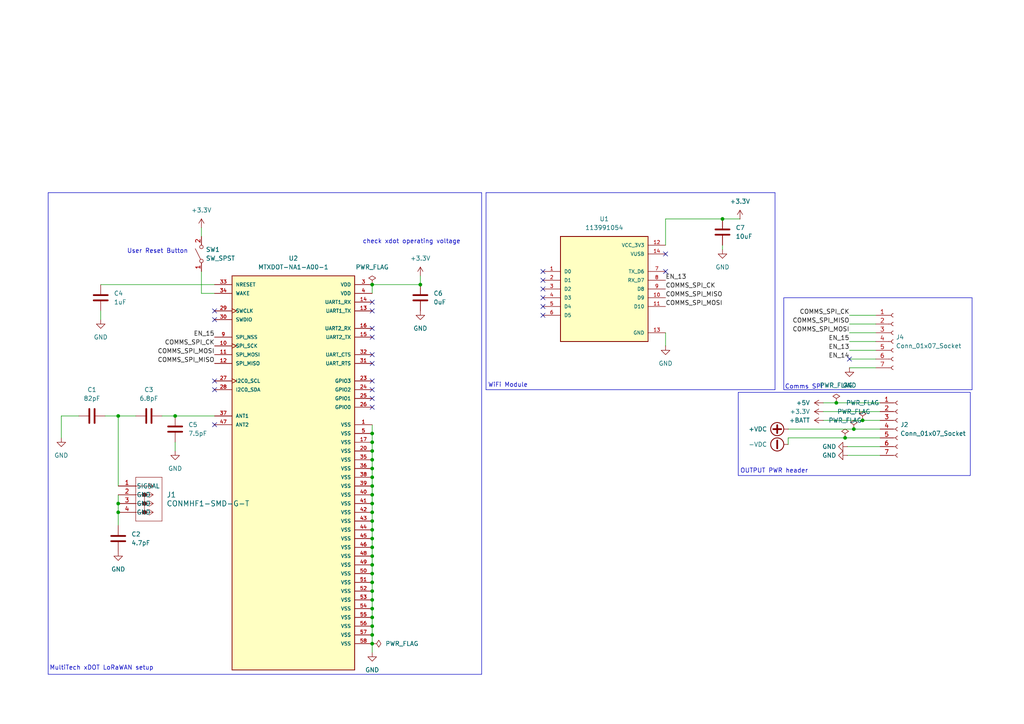
<source format=kicad_sch>
(kicad_sch (version 20231120) (generator "eeschema") (generator_version "8.0")
  (paper "A4")
  (lib_symbols
    (symbol "+3.3V_1" (power) (pin_numbers hide) (pin_names (offset 0) hide)
      (property "Value" "+3.3V" (at 0 3.556 0))
      (symbol "+3.3V_1_0_1"
        (polyline (pts (xy -0.762 1.27) (xy 0 2.54)))
        (polyline (pts (xy 0 0) (xy 0 2.54)))
        (polyline (pts (xy 0 2.54) (xy 0.762 1.27)))
      )
      (symbol "+3.3V_1_1_1"
        (pin power_in line (at 0 0 90) (length 0) (name "~") (number "1"))
      )
    )
    (symbol "113991054:113991054" (pin_names (offset 1.016))
      (property "Reference" "U" (at -12.7 16.002 0))
      (property "Value" "113991054" (at -12.7 -17.78 0))
      (symbol "113991054_0_0"
        (rectangle (start -12.7 -15.24) (end 12.7 15.24) (stroke (width 0.254)) (fill (type background)))
        (pin bidirectional line (at -17.78 5.08 0) (length 5.08) (name "D0") (number "1"))
        (pin bidirectional line (at 17.78 -2.54 180) (length 5.08) (name "D9") (number "10"))
        (pin bidirectional line (at 17.78 -5.08 180) (length 5.08) (name "D10") (number "11"))
        (pin power_in line (at 17.78 12.7 180) (length 5.08) (name "VCC_3V3") (number "12"))
        (pin power_in line (at 17.78 -12.7 180) (length 5.08) (name "GND") (number "13"))
        (pin power_in line (at 17.78 10.16 180) (length 5.08) (name "VUSB") (number "14"))
        (pin bidirectional line (at -17.78 2.54 0) (length 5.08) (name "D1") (number "2"))
        (pin bidirectional line (at -17.78 0 0) (length 5.08) (name "D2") (number "3"))
        (pin bidirectional line (at -17.78 -2.54 0) (length 5.08) (name "D3") (number "4"))
        (pin bidirectional line (at -17.78 -5.08 0) (length 5.08) (name "D4") (number "5"))
        (pin bidirectional line (at -17.78 -7.62 0) (length 5.08) (name "D5") (number "6"))
        (pin bidirectional line (at 17.78 5.08 180) (length 5.08) (name "TX_D6") (number "7"))
        (pin bidirectional line (at 17.78 2.54 180) (length 5.08) (name "RX_D7") (number "8"))
        (pin bidirectional line (at 17.78 0 180) (length 5.08) (name "D8") (number "9"))
      )
    )
    (symbol "Antenna connector:CONMHF1-SMD-G-T" (pin_names (offset 0.254))
      (property "Reference" "J" (at 8.89 6.35 0))
      (property "Value" "CONMHF1-SMD-G-T" (at 0 0 0))
      (symbol "CONMHF1-SMD-G-T_1_1"
        (polyline (pts (xy 5.08 -10.16) (xy 12.7 -10.16)) (stroke (width 0.127)))
        (polyline (pts (xy 5.08 2.54) (xy 5.08 -10.16)) (stroke (width 0.127)))
        (polyline (pts (xy 7.62 -2.54) (xy 7.62 -7.62)) (stroke (width 0.127)))
        (polyline (pts (xy 10.16 -7.62) (xy 5.08 -7.62)) (stroke (width 0.127)))
        (polyline (pts (xy 10.16 -7.62) (xy 8.89 -8.4667)) (stroke (width 0.127)))
        (polyline (pts (xy 10.16 -7.62) (xy 8.89 -6.7733)) (stroke (width 0.127)))
        (polyline (pts (xy 10.16 -5.08) (xy 5.08 -5.08)) (stroke (width 0.127)))
        (polyline (pts (xy 10.16 -5.08) (xy 8.89 -5.9267)) (stroke (width 0.127)))
        (polyline (pts (xy 10.16 -5.08) (xy 8.89 -4.2333)) (stroke (width 0.127)))
        (polyline (pts (xy 10.16 -2.54) (xy 5.08 -2.54)) (stroke (width 0.127)))
        (polyline (pts (xy 10.16 -2.54) (xy 8.89 -3.3867)) (stroke (width 0.127)))
        (polyline (pts (xy 10.16 -2.54) (xy 8.89 -1.6933)) (stroke (width 0.127)))
        (polyline (pts (xy 10.16 0) (xy 5.08 0)) (stroke (width 0.127)))
        (polyline (pts (xy 10.16 0) (xy 8.89 -0.8467)) (stroke (width 0.127)))
        (polyline (pts (xy 10.16 0) (xy 8.89 0.8467)) (stroke (width 0.127)))
        (polyline (pts (xy 12.7 -10.16) (xy 12.7 2.54)) (stroke (width 0.127)))
        (polyline (pts (xy 12.7 2.54) (xy 5.08 2.54)) (stroke (width 0.127)))
        (circle (center 7.62 -7.62) (radius 0.127) (stroke (width 0.508)))
        (circle (center 7.62 -5.08) (radius 0.127) (stroke (width 0.508)))
        (circle (center 7.62 -2.54) (radius 0.127) (stroke (width 0.508)))
        (pin unspecified line (at 0 0 0) (length 5.08) (name "SIGNAL") (number "1"))
        (pin unspecified line (at 0 -2.54 0) (length 5.08) (name "GND") (number "2"))
        (pin unspecified line (at 0 -5.08 0) (length 5.08) (name "GND") (number "3"))
        (pin unspecified line (at 0 -7.62 0) (length 5.08) (name "GND") (number "4"))
      )
      (symbol "CONMHF1-SMD-G-T_1_2"
        (polyline (pts (xy 5.08 -10.16) (xy 12.7 -10.16)) (stroke (width 0.127)))
        (polyline (pts (xy 5.08 2.54) (xy 5.08 -10.16)) (stroke (width 0.127)))
        (polyline (pts (xy 6.35 -2.54) (xy 6.35 -7.62)) (stroke (width 0.127)))
        (polyline (pts (xy 7.62 -7.62) (xy 5.08 -7.62)) (stroke (width 0.127)))
        (polyline (pts (xy 7.62 -7.62) (xy 8.89 -8.4667)) (stroke (width 0.127)))
        (polyline (pts (xy 7.62 -7.62) (xy 8.89 -6.7733)) (stroke (width 0.127)))
        (polyline (pts (xy 7.62 -5.08) (xy 5.08 -5.08)) (stroke (width 0.127)))
        (polyline (pts (xy 7.62 -5.08) (xy 8.89 -5.9267)) (stroke (width 0.127)))
        (polyline (pts (xy 7.62 -5.08) (xy 8.89 -4.2333)) (stroke (width 0.127)))
        (polyline (pts (xy 7.62 -2.54) (xy 5.08 -2.54)) (stroke (width 0.127)))
        (polyline (pts (xy 7.62 -2.54) (xy 8.89 -3.3867)) (stroke (width 0.127)))
        (polyline (pts (xy 7.62 -2.54) (xy 8.89 -1.6933)) (stroke (width 0.127)))
        (polyline (pts (xy 7.62 0) (xy 5.08 0)) (stroke (width 0.127)))
        (polyline (pts (xy 7.62 0) (xy 8.89 -0.8467)) (stroke (width 0.127)))
        (polyline (pts (xy 7.62 0) (xy 8.89 0.8467)) (stroke (width 0.127)))
        (polyline (pts (xy 12.7 -10.16) (xy 12.7 2.54)) (stroke (width 0.127)))
        (polyline (pts (xy 12.7 2.54) (xy 5.08 2.54)) (stroke (width 0.127)))
        (circle (center 6.35 -7.62) (radius 0.127) (stroke (width 0.508)))
        (circle (center 6.35 -5.08) (radius 0.127) (stroke (width 0.508)))
        (circle (center 6.35 -2.54) (radius 0.127) (stroke (width 0.508)))
        (pin unspecified line (at 0 0 0) (length 5.08) (name "SIGNAL") (number "1"))
        (pin unspecified line (at 0 -2.54 0) (length 5.08) (name "GND") (number "2"))
        (pin unspecified line (at 0 -5.08 0) (length 5.08) (name "GND") (number "3"))
        (pin unspecified line (at 0 -7.62 0) (length 5.08) (name "GND") (number "4"))
      )
    )
    (symbol "Connector:Conn_01x07_Socket" (pin_names (offset 1.016) hide)
      (property "Reference" "J" (at 0 10.16 0))
      (property "Value" "Conn_01x07_Socket" (at 0 -10.16 0))
      (symbol "Conn_01x07_Socket_1_1"
        (arc (start 0 -7.112) (mid -0.5058 -7.62) (end 0 -8.128) (stroke (width 0.1524)))
        (arc (start 0 -4.572) (mid -0.5058 -5.08) (end 0 -5.588) (stroke (width 0.1524)))
        (arc (start 0 -2.032) (mid -0.5058 -2.54) (end 0 -3.048) (stroke (width 0.1524)))
        (polyline (pts (xy -1.27 -7.62) (xy -0.508 -7.62)) (stroke (width 0.1524)))
        (polyline (pts (xy -1.27 -5.08) (xy -0.508 -5.08)) (stroke (width 0.1524)))
        (polyline (pts (xy -1.27 -2.54) (xy -0.508 -2.54)) (stroke (width 0.1524)))
        (polyline (pts (xy -1.27 0) (xy -0.508 0)) (stroke (width 0.1524)))
        (polyline (pts (xy -1.27 2.54) (xy -0.508 2.54)) (stroke (width 0.1524)))
        (polyline (pts (xy -1.27 5.08) (xy -0.508 5.08)) (stroke (width 0.1524)))
        (polyline (pts (xy -1.27 7.62) (xy -0.508 7.62)) (stroke (width 0.1524)))
        (arc (start 0 0.508) (mid -0.5058 0) (end 0 -0.508) (stroke (width 0.1524)))
        (arc (start 0 3.048) (mid -0.5058 2.54) (end 0 2.032) (stroke (width 0.1524)))
        (arc (start 0 5.588) (mid -0.5058 5.08) (end 0 4.572) (stroke (width 0.1524)))
        (arc (start 0 8.128) (mid -0.5058 7.62) (end 0 7.112) (stroke (width 0.1524)))
        (pin passive line (at -5.08 7.62 0) (length 3.81) (name "Pin_1") (number "1"))
        (pin passive line (at -5.08 5.08 0) (length 3.81) (name "Pin_2") (number "2"))
        (pin passive line (at -5.08 2.54 0) (length 3.81) (name "Pin_3") (number "3"))
        (pin passive line (at -5.08 0 0) (length 3.81) (name "Pin_4") (number "4"))
        (pin passive line (at -5.08 -2.54 0) (length 3.81) (name "Pin_5") (number "5"))
        (pin passive line (at -5.08 -5.08 0) (length 3.81) (name "Pin_6") (number "6"))
        (pin passive line (at -5.08 -7.62 0) (length 3.81) (name "Pin_7") (number "7"))
      )
    )
    (symbol "Device:C" (pin_numbers hide) (pin_names (offset 0.254))
      (property "Reference" "C" (at 0.635 2.54 0))
      (property "Value" "C" (at 0.635 -2.54 0))
      (symbol "C_0_1"
        (polyline (pts (xy -2.032 -0.762) (xy 2.032 -0.762)) (stroke (width 0.508)))
        (polyline (pts (xy -2.032 0.762) (xy 2.032 0.762)) (stroke (width 0.508)))
      )
      (symbol "C_1_1"
        (pin passive line (at 0 3.81 270) (length 2.794) (name "~") (number "1"))
        (pin passive line (at 0 -3.81 90) (length 2.794) (name "~") (number "2"))
      )
    )
    (symbol "GND_1" (power) (pin_numbers hide) (pin_names (offset 0) hide)
      (property "Value" "GND" (at 0 -3.81 0))
      (symbol "GND_1_0_1"
        (polyline (pts (xy 0 0) (xy 0 -1.27) (xy 1.27 -1.27) (xy 0 -2.54) (xy -1.27 -1.27) (xy 0 -1.27)))
      )
      (symbol "GND_1_1_1"
        (pin power_in line (at 0 0 270) (length 0) (name "~") (number "1"))
      )
    )
    (symbol "GND_2" (power) (pin_numbers hide) (pin_names (offset 0) hide)
      (property "Value" "GND" (at 0 -3.81 0))
      (symbol "GND_2_0_1"
        (polyline (pts (xy 0 0) (xy 0 -1.27) (xy 1.27 -1.27) (xy 0 -2.54) (xy -1.27 -1.27) (xy 0 -1.27)))
      )
      (symbol "GND_2_1_1"
        (pin power_in line (at 0 0 270) (length 0) (name "~") (number "1"))
      )
    )
    (symbol "GND_3" (power) (pin_numbers hide) (pin_names (offset 0) hide)
      (property "Value" "GND" (at 0 -3.81 0))
      (symbol "GND_3_0_1"
        (polyline (pts (xy 0 0) (xy 0 -1.27) (xy 1.27 -1.27) (xy 0 -2.54) (xy -1.27 -1.27) (xy 0 -1.27)))
      )
      (symbol "GND_3_1_1"
        (pin power_in line (at 0 0 270) (length 0) (name "~") (number "1"))
      )
    )
    (symbol "MTXDOT-NA1-A00-1_1" (pin_names (offset 1.016))
      (property "Reference" "U2" (at 0 27.94 0))
      (property "Value" "MTXDOT-NA1-A00-1" (at 0 25.4 0))
      (symbol "MTXDOT-NA1-A00-1_1_0_0"
        (rectangle (start -17.78 22.86) (end 17.78 -91.44) (stroke (width 0.254)) (fill (type background)))
        (pin power_in line (at 22.86 -20.32 180) (length 5.08) (name "VSS") (number "1"))
        (pin bidirectional clock (at -22.86 2.54 0) (length 5.08) (name "SPI_SCK") (number "10"))
        (pin bidirectional line (at -22.86 0 0) (length 5.08) (name "SPI_MOSI") (number "11"))
        (pin bidirectional line (at -22.86 -2.54 0) (length 5.08) (name "SPI_MISO") (number "12"))
        (pin bidirectional line (at 22.86 12.7 180) (length 5.08) (name "UART1_TX") (number "13"))
        (pin bidirectional line (at 22.86 15.24 180) (length 5.08) (name "UART1_RX") (number "14"))
        (pin bidirectional line (at 22.86 5.08 180) (length 5.08) (name "UART2_TX") (number "15"))
        (pin bidirectional line (at 22.86 7.62 180) (length 5.08) (name "UART2_RX") (number "16"))
        (pin power_in line (at 22.86 -25.4 180) (length 5.08) (name "VSS") (number "17"))
        (pin power_in line (at 22.86 -27.94 180) (length 5.08) (name "VSS") (number "20"))
        (pin bidirectional line (at 22.86 -7.62 180) (length 5.08) (name "GPIO3") (number "23"))
        (pin bidirectional line (at 22.86 -10.16 180) (length 5.08) (name "GPIO2") (number "24"))
        (pin bidirectional line (at 22.86 -12.7 180) (length 5.08) (name "GPIO1") (number "25"))
        (pin bidirectional line (at 22.86 -15.24 180) (length 5.08) (name "GPIO0") (number "26"))
        (pin bidirectional clock (at -22.86 -7.62 0) (length 5.08) (name "I2C0_SCL") (number "27"))
        (pin bidirectional line (at -22.86 -10.16 0) (length 5.08) (name "I2C0_SDA") (number "28"))
        (pin bidirectional clock (at -22.86 12.7 0) (length 5.08) (name "SWCLK") (number "29"))
        (pin power_in line (at 22.86 20.32 180) (length 5.08) (name "VDD") (number "3"))
        (pin bidirectional line (at -22.86 10.16 0) (length 5.08) (name "SWDIO") (number "30"))
        (pin bidirectional line (at 22.86 -2.54 180) (length 5.08) (name "UART_RTS") (number "31"))
        (pin bidirectional line (at 22.86 0 180) (length 5.08) (name "UART_CTS") (number "32"))
        (pin input line (at -22.86 20.32 0) (length 5.08) (name "NRESET") (number "33"))
        (pin input line (at -22.86 17.78 0) (length 5.08) (name "WAKE") (number "34"))
        (pin power_in line (at 22.86 -30.48 180) (length 5.08) (name "VSS") (number "35"))
        (pin power_in line (at 22.86 -33.02 180) (length 5.08) (name "VSS") (number "36"))
        (pin passive line (at -22.86 -17.78 0) (length 5.08) (name "ANT1") (number "37"))
        (pin power_in line (at 22.86 -35.56 180) (length 5.08) (name "VSS") (number "38"))
        (pin power_in line (at 22.86 -38.1 180) (length 5.08) (name "VSS") (number "39"))
        (pin power_in line (at 22.86 17.78 180) (length 5.08) (name "VDD") (number "4"))
        (pin power_in line (at 22.86 -40.64 180) (length 5.08) (name "VSS") (number "40"))
        (pin power_in line (at 22.86 -43.18 180) (length 5.08) (name "VSS") (number "41"))
        (pin power_in line (at 22.86 -45.72 180) (length 5.08) (name "VSS") (number "42"))
        (pin power_in line (at 22.86 -48.26 180) (length 5.08) (name "VSS") (number "43"))
        (pin power_in line (at 22.86 -50.8 180) (length 5.08) (name "VSS") (number "44"))
        (pin power_in line (at 22.86 -53.34 180) (length 5.08) (name "VSS") (number "45"))
        (pin power_in line (at 22.86 -55.88 180) (length 5.08) (name "VSS") (number "46"))
        (pin passive line (at -22.86 -20.32 0) (length 5.08) (name "ANT2") (number "47"))
        (pin power_in line (at 22.86 -58.42 180) (length 5.08) (name "VSS") (number "48"))
        (pin power_in line (at 22.86 -60.96 180) (length 5.08) (name "VSS") (number "49"))
        (pin power_in line (at 22.86 -22.86 180) (length 5.08) (name "VSS") (number "5"))
        (pin power_in line (at 22.86 -63.5 180) (length 5.08) (name "VSS") (number "50"))
        (pin power_in line (at 22.86 -66.04 180) (length 5.08) (name "VSS") (number "51"))
        (pin power_in line (at 22.86 -68.58 180) (length 5.08) (name "VSS") (number "52"))
        (pin power_in line (at 22.86 -71.12 180) (length 5.08) (name "VSS") (number "53"))
        (pin power_in line (at 22.86 -73.66 180) (length 5.08) (name "VSS") (number "54"))
        (pin power_in line (at 22.86 -76.2 180) (length 5.08) (name "VSS") (number "55"))
        (pin power_in line (at 22.86 -78.74 180) (length 5.08) (name "VSS") (number "56"))
        (pin power_in line (at 22.86 -81.28 180) (length 5.08) (name "VSS") (number "57"))
        (pin power_in line (at 22.86 -83.82 180) (length 5.08) (name "VSS") (number "58"))
        (pin bidirectional line (at -22.86 5.08 0) (length 5.08) (name "SPI_NSS") (number "9"))
      )
    )
    (symbol "Switch:SW_SPST" (pin_names (offset 0) hide)
      (property "Reference" "SW" (at 0 3.175 0))
      (property "Value" "SW_SPST" (at 0 -2.54 0))
      (symbol "SW_SPST_0_0"
        (circle (center -2.032 0) (radius 0.508))
        (polyline (pts (xy -1.524 0.254) (xy 1.524 1.778)))
        (circle (center 2.032 0) (radius 0.508))
      )
      (symbol "SW_SPST_1_1"
        (pin passive line (at -5.08 0 0) (length 2.54) (name "A") (number "1"))
        (pin passive line (at 5.08 0 180) (length 2.54) (name "B") (number "2"))
      )
    )
    (symbol "power:+3.3V" (power) (pin_names (offset 0))
      (property "Value" "+3.3V" (at 0 3.556 0))
      (symbol "+3.3V_0_1"
        (polyline (pts (xy -0.762 1.27) (xy 0 2.54)))
        (polyline (pts (xy 0 0) (xy 0 2.54)))
        (polyline (pts (xy 0 2.54) (xy 0.762 1.27)))
      )
      (symbol "+3.3V_1_1"
        (pin power_in line (at 0 0 90) (length 0) hide (name "+3.3V") (number "1"))
      )
    )
    (symbol "power:+5V" (power) (pin_numbers hide) (pin_names (offset 0) hide)
      (property "Value" "+5V" (at 0 3.556 0))
      (symbol "+5V_0_1"
        (polyline (pts (xy -0.762 1.27) (xy 0 2.54)))
        (polyline (pts (xy 0 0) (xy 0 2.54)))
        (polyline (pts (xy 0 2.54) (xy 0.762 1.27)))
      )
      (symbol "+5V_1_1"
        (pin power_in line (at 0 0 90) (length 0) (name "~") (number "1"))
      )
    )
    (symbol "power:+BATT" (power) (pin_numbers hide) (pin_names (offset 0) hide)
      (property "Value" "+BATT" (at 0 3.556 0))
      (symbol "+BATT_0_1"
        (polyline (pts (xy -0.762 1.27) (xy 0 2.54)))
        (polyline (pts (xy 0 0) (xy 0 2.54)))
        (polyline (pts (xy 0 2.54) (xy 0.762 1.27)))
      )
      (symbol "+BATT_1_1"
        (pin power_in line (at 0 0 90) (length 0) (name "~") (number "1"))
      )
    )
    (symbol "power:+VDC" (power) (pin_numbers hide) (pin_names (offset 0) hide)
      (property "Value" "+VDC" (at 0 6.35 0))
      (symbol "+VDC_0_1"
        (polyline (pts (xy -1.143 3.175) (xy 1.143 3.175)) (stroke (width 0.508)))
        (polyline (pts (xy 0 0) (xy 0 1.27)))
        (polyline (pts (xy 0 2.032) (xy 0 4.318)) (stroke (width 0.508)))
        (circle (center 0 3.175) (radius 1.905) (stroke (width 0.254)))
      )
      (symbol "+VDC_1_1"
        (pin power_in line (at 0 0 90) (length 0) (name "~") (number "1"))
      )
    )
    (symbol "power:-VDC" (power) (pin_numbers hide) (pin_names (offset 0) hide)
      (property "Value" "-VDC" (at 0 6.35 0))
      (symbol "-VDC_0_1"
        (polyline (pts (xy -1.143 3.175) (xy 1.143 3.175)) (stroke (width 0.508)))
        (polyline (pts (xy 0 0) (xy 0 1.27)))
        (circle (center 0 3.175) (radius 1.905) (stroke (width 0.254)))
      )
      (symbol "-VDC_1_1"
        (pin power_in line (at 0 0 90) (length 0) (name "~") (number "1"))
      )
    )
    (symbol "power:GND" (power) (pin_names (offset 0))
      (property "Value" "GND" (at 0 -3.81 0))
      (symbol "GND_0_1"
        (polyline (pts (xy 0 0) (xy 0 -1.27) (xy 1.27 -1.27) (xy 0 -2.54) (xy -1.27 -1.27) (xy 0 -1.27)))
      )
      (symbol "GND_1_1"
        (pin power_in line (at 0 0 270) (length 0) hide (name "GND") (number "1"))
      )
    )
    (symbol "power:PWR_FLAG" (power) (pin_numbers hide) (pin_names (offset 0) hide)
      (property "Value" "PWR_FLAG" (at 0 3.81 0))
      (symbol "PWR_FLAG_0_0"
        (pin power_out line (at 0 0 90) (length 0) (name "~") (number "1"))
      )
      (symbol "PWR_FLAG_0_1"
        (polyline (pts (xy 0 0) (xy 0 1.27) (xy -1.016 1.905) (xy 0 2.54) (xy 1.016 1.905) (xy 0 1.27)))
      )
    )
  )
  (junction (at 250.19 121.92))
  (junction (at 107.95 176.53))
  (junction (at 107.95 140.97))
  (junction (at 107.95 143.51))
  (junction (at 247.65 124.46))
  (junction (at 107.95 181.61))
  (junction (at 107.95 153.67))
  (junction (at 107.95 128.27))
  (junction (at 107.95 130.81))
  (junction (at 107.95 148.59))
  (junction (at 245.11 127))
  (junction (at 50.8 120.65))
  (junction (at 107.95 173.99))
  (junction (at 107.95 133.35))
  (junction (at 107.95 179.07))
  (junction (at 107.95 156.21))
  (junction (at 121.92 82.55))
  (junction (at 107.95 171.45))
  (junction (at 209.55 63.5))
  (junction (at 242.57 116.84))
  (junction (at 107.95 151.13))
  (junction (at 107.95 125.73))
  (junction (at 34.29 146.05))
  (junction (at 107.95 82.55))
  (junction (at 34.29 148.59))
  (junction (at 107.95 138.43))
  (junction (at 107.95 158.75))
  (junction (at 107.95 146.05))
  (junction (at 107.95 135.89))
  (junction (at 107.95 186.69))
  (junction (at 107.95 168.91))
  (junction (at 107.95 166.37))
  (junction (at 107.95 163.83))
  (junction (at 34.29 120.65))
  (junction (at 107.95 184.15))
  (junction (at 107.95 161.29))
  (no_connect (at 107.95 105.41))
  (no_connect (at 107.95 102.87))
  (no_connect (at 107.95 118.11))
  (no_connect (at 107.95 90.17))
  (no_connect (at 62.23 110.49))
  (no_connect (at 107.95 113.03))
  (no_connect (at 157.48 88.9))
  (no_connect (at 107.95 115.57))
  (no_connect (at 107.95 110.49))
  (no_connect (at 62.23 113.03))
  (no_connect (at 246.38 104.14))
  (no_connect (at 193.04 78.74))
  (no_connect (at 107.95 97.79))
  (no_connect (at 107.95 87.63))
  (no_connect (at 62.23 123.19))
  (no_connect (at 157.48 83.82))
  (no_connect (at 157.48 78.74))
  (no_connect (at 193.04 73.66))
  (no_connect (at 107.95 95.25))
  (no_connect (at 157.48 91.44))
  (no_connect (at 157.48 86.36))
  (no_connect (at 62.23 90.17))
  (no_connect (at 62.23 92.71))
  (no_connect (at 157.48 81.28))
  (wire (pts (xy 34.29 120.65) (xy 39.37 120.65)))
  (wire (pts (xy 250.19 121.92) (xy 238.76 121.92)))
  (wire (pts (xy 107.95 138.43) (xy 107.95 140.97)))
  (wire (pts (xy 246.38 91.44) (xy 254 91.44)))
  (wire (pts (xy 50.8 130.81) (xy 50.8 128.27)))
  (wire (pts (xy 107.95 140.97) (xy 107.95 143.51)))
  (wire (pts (xy 107.95 163.83) (xy 107.95 166.37)))
  (polyline (pts (xy 140.97 55.88) (xy 140.97 113.03)))
  (wire (pts (xy 121.92 82.55) (xy 107.95 82.55)))
  (wire (pts (xy 107.95 125.73) (xy 107.95 128.27)))
  (wire (pts (xy 107.95 158.75) (xy 107.95 161.29)))
  (wire (pts (xy 107.95 130.81) (xy 107.95 133.35)))
  (wire (pts (xy 245.745 132.08) (xy 255.27 132.08)))
  (wire (pts (xy 107.95 168.91) (xy 107.95 171.45)))
  (polyline (pts (xy 281.94 86.36) (xy 227.33 86.36)))
  (wire (pts (xy 107.95 176.53) (xy 107.95 179.07)))
  (wire (pts (xy 245.11 127) (xy 255.27 127)))
  (wire (pts (xy 107.95 161.29) (xy 107.95 163.83)))
  (wire (pts (xy 238.76 116.84) (xy 242.57 116.84)))
  (wire (pts (xy 30.48 120.65) (xy 34.29 120.65)))
  (wire (pts (xy 46.99 120.65) (xy 50.8 120.65)))
  (wire (pts (xy 29.21 82.55) (xy 62.23 82.55)))
  (wire (pts (xy 58.42 66.04) (xy 58.42 68.58)))
  (polyline (pts (xy 139.7 195.58) (xy 139.7 55.88)))
  (wire (pts (xy 107.95 123.19) (xy 107.95 125.73)))
  (wire (pts (xy 17.78 127) (xy 17.78 120.65)))
  (wire (pts (xy 242.57 116.84) (xy 255.27 116.84)))
  (wire (pts (xy 107.95 184.15) (xy 107.95 186.69)))
  (wire (pts (xy 255.27 121.92) (xy 250.19 121.92)))
  (wire (pts (xy 246.38 93.98) (xy 254 93.98)))
  (wire (pts (xy 193.04 71.12) (xy 193.04 63.5)))
  (wire (pts (xy 107.95 173.99) (xy 107.95 176.53)))
  (wire (pts (xy 193.04 100.33) (xy 193.04 96.52)))
  (wire (pts (xy 34.29 143.51) (xy 34.29 146.05)))
  (polyline (pts (xy 140.97 55.88) (xy 224.79 55.88)))
  (wire (pts (xy 107.95 128.27) (xy 107.95 130.81)))
  (wire (pts (xy 193.04 63.5) (xy 209.55 63.5)))
  (wire (pts (xy 209.55 63.5) (xy 214.63 63.5)))
  (wire (pts (xy 246.38 99.06) (xy 254 99.06)))
  (polyline (pts (xy 13.97 195.58) (xy 139.7 195.58)))
  (wire (pts (xy 29.21 92.71) (xy 29.21 90.17)))
  (wire (pts (xy 107.95 151.13) (xy 107.95 153.67)))
  (wire (pts (xy 107.95 133.35) (xy 107.95 135.89)))
  (wire (pts (xy 246.38 106.68) (xy 254 106.68)))
  (polyline (pts (xy 13.97 55.88) (xy 13.97 195.58)))
  (wire (pts (xy 245.745 129.54) (xy 255.27 129.54)))
  (wire (pts (xy 121.92 80.01) (xy 121.92 82.55)))
  (polyline (pts (xy 227.33 86.36) (xy 227.33 113.03)))
  (wire (pts (xy 228.6 124.46) (xy 247.65 124.46)))
  (wire (pts (xy 107.95 135.89) (xy 107.95 138.43)))
  (wire (pts (xy 247.65 124.46) (xy 255.27 124.46)))
  (wire (pts (xy 209.55 72.39) (xy 209.55 71.12)))
  (polyline (pts (xy 224.79 55.88) (xy 224.79 113.03)))
  (wire (pts (xy 17.78 120.65) (xy 22.86 120.65)))
  (polyline (pts (xy 224.79 113.03) (xy 140.97 113.03)))
  (wire (pts (xy 34.29 140.97) (xy 34.29 120.65)))
  (wire (pts (xy 50.8 120.65) (xy 62.23 120.65)))
  (wire (pts (xy 34.29 146.05) (xy 34.29 148.59)))
  (wire (pts (xy 107.95 153.67) (xy 107.95 156.21)))
  (polyline (pts (xy 227.33 113.03) (xy 281.94 113.03)))
  (wire (pts (xy 107.95 179.07) (xy 107.95 181.61)))
  (wire (pts (xy 228.6 127) (xy 245.11 127)))
  (wire (pts (xy 107.95 166.37) (xy 107.95 168.91)))
  (wire (pts (xy 107.95 171.45) (xy 107.95 173.99)))
  (wire (pts (xy 107.95 189.23) (xy 107.95 186.69)))
  (wire (pts (xy 238.76 119.38) (xy 255.27 119.38)))
  (polyline (pts (xy 281.94 113.03) (xy 281.94 86.36)))
  (wire (pts (xy 62.23 85.09) (xy 58.42 85.09)))
  (wire (pts (xy 228.6 128.905) (xy 228.6 127)))
  (wire (pts (xy 107.95 156.21) (xy 107.95 158.75)))
  (wire (pts (xy 107.95 146.05) (xy 107.95 148.59)))
  (wire (pts (xy 58.42 85.09) (xy 58.42 78.74)))
  (wire (pts (xy 246.38 104.14) (xy 254 104.14)))
  (wire (pts (xy 107.95 82.55) (xy 107.95 85.09)))
  (wire (pts (xy 107.95 143.51) (xy 107.95 146.05)))
  (wire (pts (xy 246.38 101.6) (xy 254 101.6)))
  (wire (pts (xy 107.95 148.59) (xy 107.95 151.13)))
  (wire (pts (xy 107.95 181.61) (xy 107.95 184.15)))
  (polyline (pts (xy 139.7 55.88) (xy 13.97 55.88)))
  (wire (pts (xy 246.38 96.52) (xy 254 96.52)))
  (wire (pts (xy 34.29 148.59) (xy 34.29 152.4)))
  (rectangle (start 214.122 113.792) (end 281.432 137.922))
  (text "Comms SPI\n" (at 233.172 112.268 0) (effects (font (size 1.27 1.27))))
  (text "WiFi Module\n" (at 147.32 111.76 0) (effects (font (size 1.27 1.27))))
  (text "User Reset Button" (at 36.83 73.66 0) (effects (font (size 1.27 1.27)) (justify left bottom)))
  (text "OUTPUT PWR header\n" (at 224.536 136.652 0) (effects (font (size 1.27 1.27))))
  (text "MultiTech xDOT LoRaWAN setup\n" (at 29.464 193.802 0) (effects (font (size 1.27 1.27))))
  (text "check xdot operating voltage\n" (at 105.156 70.866 0) (effects (font (size 1.27 1.27)) (justify left bottom)))
  (label "EN_15" (at 246.38 99.06 180))
  (label "COMMS_SPI_CK" (at 246.38 91.44 180))
  (label "COMMS_SPI_MOSI" (at 246.38 96.52 180))
  (label "COMMS_SPI_MISO" (at 193.04 86.36 0))
  (label "EN_13" (at 193.04 81.28 0))
  (label "EN_13" (at 246.38 101.6 180))
  (label "COMMS_SPI_MOSI" (at 193.04 88.9 0))
  (label "COMMS_SPI_CK" (at 62.23 100.33 180))
  (label "COMMS_SPI_MISO" (at 62.23 105.41 180))
  (label "EN_14" (at 246.38 104.14 180))
  (label "COMMS_SPI_MISO" (at 246.38 93.98 180))
  (label "EN_15" (at 62.23 97.79 180))
  (label "COMMS_SPI_MOSI" (at 62.23 102.87 180))
  (label "COMMS_SPI_CK" (at 193.04 83.82 0))
  (symbol (lib_id "power:PWR_FLAG") (at 107.95 82.55 0) (unit 1)
    (property "Reference" "#FLG02" (effects (hide yes)))
    (property "Value" "PWR_FLAG" (at 107.95 77.47 0))
    (property "Description" "Special symbol for telling ERC where power comes from" (effects (hide yes)))
  )
  (symbol (lib_id "power:PWR_FLAG") (at 245.11 127 0) (unit 1)
    (property "Reference" "#FLG05" (effects (hide yes)))
    (property "Value" "PWR_FLAG" (at 245.11 121.92 0))
    (property "Description" "Special symbol for telling ERC where power comes from" (effects (hide yes)))
  )
  (symbol (lib_name "+3.3V_1") (lib_id "power:+3.3V") (at 214.63 63.5 0) (unit 1)
    (property "Reference" "#PWR024" (effects (hide yes)))
    (property "Value" "+3.3V" (at 214.63 58.42 0))
    (property "Description" "Power symbol creates a global label with name \"+3.3V\"" (effects (hide yes)))
  )
  (symbol (lib_id "power:PWR_FLAG") (at 242.57 116.84 0) (unit 1)
    (property "Reference" "#FLG03" (effects (hide yes)))
    (property "Value" "PWR_FLAG" (at 242.57 111.76 0))
    (property "Description" "Special symbol for telling ERC where power comes from" (effects (hide yes)))
  )
  (symbol (lib_id "Antenna connector:CONMHF1-SMD-G-T") (at 34.29 140.97 0) (unit 1)
    (property "Reference" "J1" (at 48.26 143.51 0) (effects (font (size 1.524 1.524)) (justify left)))
    (property "Value" "CONMHF1-SMD-G-T" (at 48.26 146.05 0) (effects (font (size 1.524 1.524)) (justify left)))
    (property "Footprint" "CONMHF1_SMD_G_T:COAX3_CONMHF1-SMD-G-T_TEC" (effects (hide yes)))
    (property "Datasheet" "https://www.te.com/commerce/DocumentDelivery/DDEController?Action=srchrtrv&DocNm=conmhf1-smd-g-t-ds&DocType=Data+Sheet&DocLang=English&DocFormat=pdf&PartCntxt=CONMHF1-SMD-G-T" (effects (hide yes)))
  )
  (symbol (lib_id "power:GND") (at 121.92 90.17 0) (unit 1)
    (property "Reference" "#PWR08" (effects (hide yes)))
    (property "Value" "GND" (at 121.92 95.25 0))
  )
  (symbol (lib_id "power:+VDC") (at 228.6 124.46 90) (unit 1)
    (property "Reference" "#PWR013" (effects (hide yes)))
    (property "Value" "+VDC" (at 222.504 124.4599 90) (effects (justify left)))
    (property "Description" "Power symbol creates a global label with name \"+VDC\"" (effects (hide yes)))
  )
  (symbol (lib_id "Device:C") (at 43.18 120.65 270) (unit 1)
    (property "Reference" "C3" (at 43.18 113.03 90))
    (property "Value" "6.8pF" (at 43.18 115.57 90))
    (property "Footprint" "Capacitor_SMD:C_0603_1608Metric_Pad1.08x0.95mm_HandSolder" (effects (hide yes)))
  )
  (symbol (lib_id "113991054:113991054") (at 175.26 83.82 0) (unit 1)
    (property "Reference" "U1" (at 175.26 63.5 0))
    (property "Value" "113991054" (at 175.26 66.04 0))
    (property "Footprint" "113991054:MODULE_113991054" (effects (hide yes)))
    (property "PARTREV" "23/05/2022" (effects (hide yes)))
    (property "MANUFACTURER" "Seeed Technology" (effects (hide yes)))
    (property "SNAPEDA_PN" "113991054" (effects (hide yes)))
    (property "MAXIMUM_PACKAGE_HEIGHT" "N/A" (effects (hide yes)))
    (property "STANDARD" "Manufacturer Recommendations" (effects (hide yes)))
  )
  (symbol (lib_id "power:GND") (at 34.29 160.02 0) (unit 1)
    (property "Reference" "#PWR02" (effects (hide yes)))
    (property "Value" "GND" (at 34.29 165.1 0))
  )
  (symbol (lib_id "power:PWR_FLAG") (at 107.95 186.69 270) (unit 1)
    (property "Reference" "#FLG01" (effects (hide yes)))
    (property "Value" "PWR_FLAG" (at 111.76 186.6899 90) (effects (justify left)))
    (property "Description" "Special symbol for telling ERC where power comes from" (effects (hide yes)))
  )
  (symbol (lib_id "power:PWR_FLAG") (at 250.19 121.92 0) (unit 1)
    (property "Reference" "#FLG07" (effects (hide yes)))
    (property "Value" "PWR_FLAG" (at 250.19 116.84 0))
    (property "Description" "Special symbol for telling ERC where power comes from" (effects (hide yes)))
  )
  (symbol (lib_name "GND_2") (lib_id "power:GND") (at 246.38 106.68 0) (unit 1)
    (property "Reference" "#PWR022" (effects (hide yes)))
    (property "Value" "GND" (at 246.38 111.76 0))
    (property "Description" "Power symbol creates a global label with name \"GND\" , ground" (effects (hide yes)))
  )
  (symbol (lib_id "Switch:SW_SPST") (at 58.42 73.66 90) (unit 1)
    (property "Reference" "SW1" (at 59.69 72.39 90) (effects (justify right)))
    (property "Value" "SW_SPST" (at 59.69 74.93 90) (effects (justify right)))
    (property "Footprint" "Button_Switch_SMD:SW_SPST_B3S-1000" (effects (hide yes)))
  )
  (symbol (lib_name "MTXDOT-NA1-A00-1_1") (lib_id "MTXDOT-NA1-A00-1:MTXDOT-NA1-A00-1") (at 85.09 102.87 0) (unit 1)
    (property "Reference" "U2" (at 85.09 74.93 0))
    (property "Value" "MTXDOT-NA1-A00-1" (at 85.09 77.47 0))
    (property "Footprint" "MTXDOT-NA1-A00-1:XCVR_MTXDOT-NA1-A00-1" (effects (hide yes)))
    (property "DigiKey_Part_Number" "591-1291-ND" (effects (hide yes)))
    (property "SnapEDA_Link" "https://www.snapeda.com/parts/MTXDOT-NA1-A00-1/Multi-Tech+Systems+Inc./view-part/?ref=snap" (effects (hide yes)))
    (property "Description_1" "\nGeneral ISM < 1GHz LoRa® Transceiver Module 915MHz - Surface Mount\n" (effects (hide yes)))
    (property "Package" "Module Multi-Tech Systems Inc." (effects (hide yes)))
    (property "Check_prices" "https://www.snapeda.com/parts/MTXDOT-NA1-A00-1/Multi-Tech+Systems+Inc./view-part/?ref=eda" (effects (hide yes)))
    (property "MF" "Multi-Tech Systems" (effects (hide yes)))
    (property "MP" "MTXDOT-NA1-A00-1" (effects (hide yes)))
    (property "MANUFACTURER" "MULTITECH" (effects (hide yes)))
  )
  (symbol (lib_id "Device:C") (at 50.8 124.46 0) (unit 1)
    (property "Reference" "C5" (at 54.61 123.19 0) (effects (justify left)))
    (property "Value" "7.5pF" (at 54.61 125.73 0) (effects (justify left)))
    (property "Footprint" "Capacitor_SMD:C_0603_1608Metric_Pad1.08x0.95mm_HandSolder" (effects (hide yes)))
  )
  (symbol (lib_id "Device:C") (at 121.92 86.36 0) (unit 1)
    (property "Reference" "C6" (at 125.73 85.0899 0) (effects (justify left)))
    (property "Value" "0uF" (at 125.73 87.6299 0) (effects (justify left)))
    (property "Footprint" "Capacitor_SMD:C_0603_1608Metric_Pad1.08x0.95mm_HandSolder" (effects (hide yes)))
  )
  (symbol (lib_id "power:+5V") (at 238.76 116.84 90) (unit 1)
    (property "Reference" "#PWR015" (effects (hide yes)))
    (property "Value" "+5V" (at 234.95 116.8399 90) (effects (justify left)))
    (property "Description" "Power symbol creates a global label with name \"+5V\"" (effects (hide yes)))
  )
  (symbol (lib_name "GND_1") (lib_id "power:GND") (at 245.745 129.54 270) (unit 1)
    (property "Reference" "#PWR018" (effects (hide yes)))
    (property "Value" "GND" (at 242.57 129.5399 90) (effects (justify right)))
    (property "Description" "Power symbol creates a global label with name \"GND\" , ground" (effects (hide yes)))
  )
  (symbol (lib_id "power:GND") (at 107.95 189.23 0) (unit 1)
    (property "Reference" "#PWR06" (effects (hide yes)))
    (property "Value" "GND" (at 107.95 194.31 0))
  )
  (symbol (lib_id "power:GND") (at 29.21 92.71 0) (unit 1)
    (property "Reference" "#PWR03" (effects (hide yes)))
    (property "Value" "GND" (at 29.21 97.79 0))
  )
  (symbol (lib_id "Device:C") (at 34.29 156.21 180) (unit 1)
    (property "Reference" "C2" (at 38.1 154.94 0) (effects (justify right)))
    (property "Value" "4.7pF" (at 38.1 157.48 0) (effects (justify right)))
    (property "Footprint" "Capacitor_SMD:C_0603_1608Metric_Pad1.08x0.95mm_HandSolder" (effects (hide yes)))
  )
  (symbol (lib_id "Device:C") (at 209.55 67.31 0) (unit 1)
    (property "Reference" "C7" (at 213.36 66.0399 0) (effects (justify left)))
    (property "Value" "10uF" (at 213.36 68.5799 0) (effects (justify left)))
    (property "Footprint" "Capacitor_SMD:C_0603_1608Metric_Pad1.08x0.95mm_HandSolder" (effects (hide yes)))
  )
  (symbol (lib_id "power:GND") (at 17.78 127 0) (unit 1)
    (property "Reference" "#PWR01" (effects (hide yes)))
    (property "Value" "GND" (at 17.78 132.08 0))
  )
  (symbol (lib_id "power:GND") (at 209.55 72.39 0) (unit 1)
    (property "Reference" "#PWR025" (effects (hide yes)))
    (property "Value" "GND" (at 209.55 77.47 0))
  )
  (symbol (lib_name "GND_1") (lib_id "power:GND") (at 245.745 132.08 270) (unit 1)
    (property "Reference" "#PWR019" (effects (hide yes)))
    (property "Value" "GND" (at 242.57 132.0799 90) (effects (justify right)))
    (property "Description" "Power symbol creates a global label with name \"GND\" , ground" (effects (hide yes)))
  )
  (symbol (lib_id "Connector:Conn_01x07_Socket") (at 260.35 124.46 0) (unit 1)
    (property "Reference" "J2" (at 261.112 123.1899 0) (effects (justify left)))
    (property "Value" "Conn_01x07_Socket" (at 261.112 125.7299 0) (effects (justify left)))
    (property "Footprint" "Connector_PinHeader_2.54mm:PinHeader_1x07_P2.54mm_Vertical" (effects (hide yes)))
    (property "Description" "Generic connector, single row, 01x07, script generated" (effects (hide yes)))
  )
  (symbol (lib_id "power:+3.3V") (at 121.92 80.01 0) (unit 1)
    (property "Reference" "#PWR07" (effects (hide yes)))
    (property "Value" "+3.3V" (at 121.92 74.93 0))
  )
  (symbol (lib_id "power:+BATT") (at 238.76 121.92 90) (unit 1)
    (property "Reference" "#PWR017" (effects (hide yes)))
    (property "Value" "+BATT" (at 234.95 121.9199 90) (effects (justify left)))
    (property "Description" "Power symbol creates a global label with name \"+BATT\"" (effects (hide yes)))
  )
  (symbol (lib_id "Device:C") (at 29.21 86.36 0) (unit 1)
    (property "Reference" "C4" (at 33.02 85.09 0) (effects (justify left)))
    (property "Value" "1uF" (at 33.02 87.63 0) (effects (justify left)))
    (property "Footprint" "Capacitor_SMD:C_0603_1608Metric_Pad1.08x0.95mm_HandSolder" (effects (hide yes)))
  )
  (symbol (lib_id "power:PWR_FLAG") (at 247.65 124.46 0) (unit 1)
    (property "Reference" "#FLG04" (effects (hide yes)))
    (property "Value" "PWR_FLAG" (at 247.65 119.38 0))
    (property "Description" "Special symbol for telling ERC where power comes from" (effects (hide yes)))
  )
  (symbol (lib_name "GND_3") (lib_id "power:GND") (at 193.04 100.33 0) (unit 1)
    (property "Reference" "#PWR023" (effects (hide yes)))
    (property "Value" "GND" (at 193.04 105.41 0))
    (property "Description" "Power symbol creates a global label with name \"GND\" , ground" (effects (hide yes)))
  )
  (symbol (lib_id "Connector:Conn_01x07_Socket") (at 259.08 99.06 0) (unit 1)
    (property "Reference" "J4" (at 259.842 97.7899 0) (effects (justify left)))
    (property "Value" "Conn_01x07_Socket" (at 259.842 100.3299 0) (effects (justify left)))
    (property "Footprint" "Connector_PinHeader_2.54mm:PinHeader_1x07_P2.54mm_Vertical" (effects (hide yes)))
    (property "Description" "Generic connector, single row, 01x07, script generated" (effects (hide yes)))
  )
  (symbol (lib_id "power:GND") (at 50.8 130.81 0) (unit 1)
    (property "Reference" "#PWR04" (effects (hide yes)))
    (property "Value" "GND" (at 50.8 135.89 0))
  )
  (symbol (lib_id "Device:C") (at 26.67 120.65 270) (unit 1)
    (property "Reference" "C1" (at 26.67 113.03 90))
    (property "Value" "82pF" (at 26.67 115.57 90))
    (property "Footprint" "Capacitor_SMD:C_0603_1608Metric_Pad1.08x0.95mm_HandSolder" (effects (hide yes)))
  )
  (symbol (lib_id "power:-VDC") (at 228.6 128.905 90) (unit 1)
    (property "Reference" "#PWR014" (effects (hide yes)))
    (property "Value" "-VDC" (at 222.504 128.9049 90) (effects (justify left)))
    (property "Description" "Power symbol creates a global label with name \"-VDC\"" (effects (hide yes)))
  )
  (symbol (lib_id "power:+3.3V") (at 58.42 66.04 0) (unit 1)
    (property "Reference" "#PWR05" (effects (hide yes)))
    (property "Value" "+3.3V" (at 58.42 60.96 0))
  )
  (symbol (lib_id "power:+3.3V") (at 238.76 119.38 90) (unit 1)
    (property "Reference" "#PWR016" (effects (hide yes)))
    (property "Value" "+3.3V" (at 234.95 119.3799 90) (effects (justify left)))
    (property "Description" "Power symbol creates a global label with name \"+3.3V\"" (effects (hide yes)))
  )
)
</source>
